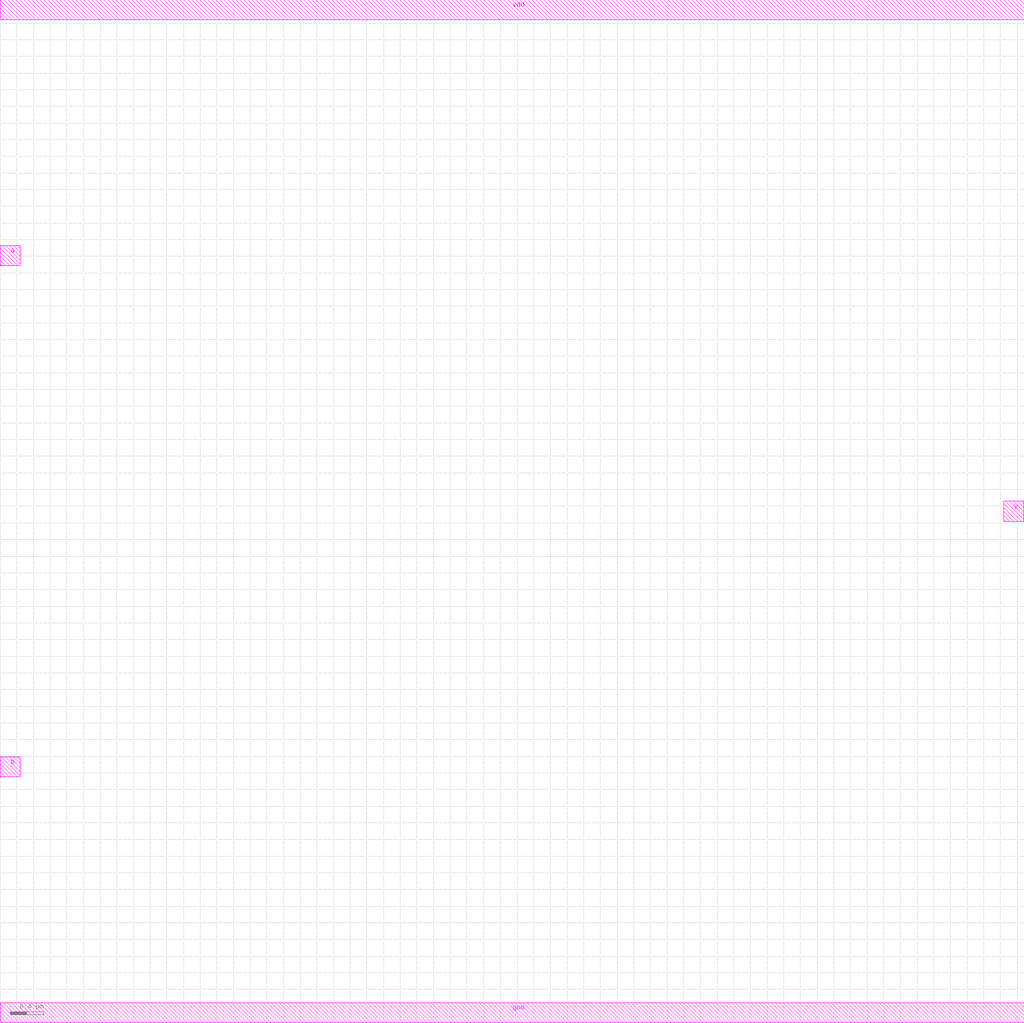
<source format=lef>
VERSION 5.7 ;
BUSBITCHARS "[]" ;
DIVIDERCHAR "/" ;

PROPERTYDEFINITIONS
  MACRO AssuraMatchStatus STRING ;
  MACRO connectivityLastUpdated INTEGER ;
  MACRO _mspsExtractedMode STRING ;
  MACRO _mspsExtractionCreatedBy STRING ;
  MACRO extractionCreatedBy STRING ;
  LAYER LEF58_TYPE STRING ;
  LAYER LEF58_SPACING STRING ;
  LAYER LEF58_WIDTH STRING ;
END PROPERTYDEFINITIONS

UNITS
  DATABASE MICRONS 1000 ;
END UNITS
MANUFACTURINGGRID 0.01 ;
LAYER OVERLAP
  TYPE OVERLAP ;
END OVERLAP

LAYER NWEL
  TYPE MASTERSLICE ;
  PROPERTY LEF58_TYPE "TYPE NWELL ;" ;
  PROPERTY LEF58_SPACING "SPACING 2.2 ;" ;
  PROPERTY LEF58_WIDTH "WIDTH 0.9 ;" ;
END NWEL

LAYER DIFF
  TYPE MASTERSLICE ;
  PROPERTY LEF58_TYPE "TYPE DIFFUSION ;" ;
  PROPERTY LEF58_SPACING "SPACING 0.28 ;" ;
  PROPERTY LEF58_WIDTH "WIDTH 0.24 ;" ;
END DIFF

LAYER PPLUS
  TYPE IMPLANT ;
  WIDTH 0.4 ;
  SPACING 0.4 ;
  AREA 0.2916 ;
END PPLUS

LAYER NPLUS
  TYPE IMPLANT ;
  WIDTH 0.4 ;
  SPACING 0.4 ;
  AREA 0.2916 ;
END NPLUS

LAYER PO1
  TYPE ROUTING ;
  DIRECTION HORIZONTAL ;
  WIDTH 0.18 ;
  AREA 0.198 ;
  SPACING 0.34 ;
  RESISTANCE RPERSQ 8 ;
  PROPERTY LEF58_TYPE "TYPE POLYROUTING ;" ;
END PO1

LAYER CONT
  TYPE CUT ;
  SPACING 0.26 ;
  WIDTH 0.24 ;
  ENCLOSURE BELOW 0.1 0.1 ;
  ENCLOSURE ABOVE 0 0.08 ;
END CONT

LAYER ME1
  TYPE ROUTING ;
  DIRECTION HORIZONTAL ;
  PITCH 0.48 0.48 ;
  WIDTH 0.24 ;
  OFFSET 0.24 0.24 ;
  AREA 0.1764 ;
  SPACINGTABLE
    PARALLELRUNLENGTH 0 9.999 
    WIDTH 0 0.24 0.28 
    WIDTH 9.999 0.28 0.28 ;
  RESISTANCE RPERSQ 0.077 ;
  MINIMUMDENSITY 25 ;
  DENSITYCHECKWINDOW 1000 1000 ;
  DENSITYCHECKSTEP 500 ;
END ME1

LAYER VI1
  TYPE CUT ;
  SPACING 0.28 ;
  WIDTH 0.28 ;
  ENCLOSURE BELOW 0.2 0.08 WIDTH 10 ;
  ENCLOSURE BELOW 0 0.08 ;
  ENCLOSURE ABOVE 0 0.08 ;
END VI1

LAYER ME2
  TYPE ROUTING ;
  DIRECTION VERTICAL ;
  PITCH 0.56 0.56 ;
  WIDTH 0.28 ;
  OFFSET 0.28 0.28 ;
  AREA 0.1936 ;
  SPACINGTABLE
    PARALLELRUNLENGTH 0 9.999 
    WIDTH 0 0.28 0.32 
    WIDTH 9.999 0.32 0.32 ;
  RESISTANCE RPERSQ 0.062 ;
  MINIMUMDENSITY 25 ;
  DENSITYCHECKWINDOW 1000 1000 ;
  DENSITYCHECKSTEP 500 ;
END ME2

LAYER VI2
  TYPE CUT ;
  SPACING 0.28 ;
  WIDTH 0.28 ;
  ENCLOSURE BELOW 0.2 0.08 WIDTH 10 ;
  ENCLOSURE BELOW 0 0.08 ;
  ENCLOSURE ABOVE 0 0.08 ;
END VI2

LAYER ME3
  TYPE ROUTING ;
  DIRECTION HORIZONTAL ;
  PITCH 0.56 0.56 ;
  WIDTH 0.28 ;
  OFFSET 0.28 0.28 ;
  AREA 0.1936 ;
  SPACINGTABLE
    PARALLELRUNLENGTH 0 9.999 
    WIDTH 0 0.28 0.32 
    WIDTH 9.999 0.32 0.32 ;
  RESISTANCE RPERSQ 0.062 ;
  MINIMUMDENSITY 25 ;
  DENSITYCHECKWINDOW 1000 1000 ;
  DENSITYCHECKSTEP 500 ;
END ME3

LAYER VI3
  TYPE CUT ;
  SPACING 0.28 ;
  WIDTH 0.28 ;
  ENCLOSURE BELOW 0.2 0.08 WIDTH 10 ;
  ENCLOSURE BELOW 0 0.08 ;
  ENCLOSURE ABOVE 0 0.08 ;
END VI3

LAYER ME4
  TYPE ROUTING ;
  DIRECTION VERTICAL ;
  PITCH 0.56 0.56 ;
  WIDTH 0.28 ;
  OFFSET 0.28 0.28 ;
  AREA 0.1936 ;
  SPACINGTABLE
    PARALLELRUNLENGTH 0 9.999 
    WIDTH 0 0.28 0.32 
    WIDTH 9.999 0.32 0.32 ;
  RESISTANCE RPERSQ 0.062 ;
  MINIMUMDENSITY 25 ;
  DENSITYCHECKWINDOW 1000 1000 ;
  DENSITYCHECKSTEP 500 ;
END ME4

LAYER VI4
  TYPE CUT ;
  SPACING 0.28 ;
  WIDTH 0.28 ;
  ENCLOSURE BELOW 0.2 0.08 WIDTH 10 ;
  ENCLOSURE BELOW 0 0.08 ;
  ENCLOSURE ABOVE 0 0.08 ;
END VI4

LAYER ME5
  TYPE ROUTING ;
  DIRECTION HORIZONTAL ;
  PITCH 0.56 0.56 ;
  WIDTH 0.28 ;
  OFFSET 0.28 0.28 ;
  AREA 0.1936 ;
  SPACINGTABLE
    PARALLELRUNLENGTH 0 9.999 
    WIDTH 0 0.28 0.32 
    WIDTH 9.999 0.32 0.32 ;
  RESISTANCE RPERSQ 0.062 ;
  MINIMUMDENSITY 25 ;
  DENSITYCHECKWINDOW 1000 1000 ;
  DENSITYCHECKSTEP 500 ;
END ME5

LAYER VI5
  TYPE CUT ;
  SPACING 0.28 ;
  WIDTH 0.28 ;
  ENCLOSURE BELOW 0.2 0.08 WIDTH 10 ;
  ENCLOSURE BELOW 0 0.08 ;
  ENCLOSURE ABOVE 0.4 0.4 ;
END VI5

LAYER ME6
  TYPE ROUTING ;
  DIRECTION VERTICAL ;
  PITCH 2.2 2.2 ;
  WIDTH 1.2 ;
  OFFSET 1.1 1.1 ;
  AREA 9 ;
  SPACINGTABLE
    PARALLELRUNLENGTH 0 9.999 
    WIDTH 0 1 1.5 
    WIDTH 9.999 1.5 1.5 ;
  RESISTANCE RPERSQ 0.02 ;
  MINIMUMDENSITY 25 ;
  DENSITYCHECKWINDOW 1000 1000 ;
  DENSITYCHECKSTEP 500 ;
END ME6

VIARULE M5_M6 GENERATE DEFAULT
  LAYER ME5 ;
    ENCLOSURE 0.08 0.08 ;
  LAYER ME6 ;
    ENCLOSURE 0.4 0.4 ;
  LAYER VI5 ;
    RECT -0.14 -0.14 0.14 0.14 ;
    SPACING 0.56 BY 0.56 ;
END M5_M6

VIARULE M4_M5 GENERATE DEFAULT
  LAYER ME4 ;
    ENCLOSURE 0.08 0.08 ;
  LAYER ME5 ;
    ENCLOSURE 0.08 0.08 ;
  LAYER VI4 ;
    RECT -0.14 -0.14 0.14 0.14 ;
    SPACING 0.56 BY 0.56 ;
END M4_M5

VIARULE M3_M4 GENERATE DEFAULT
  LAYER ME3 ;
    ENCLOSURE 0.08 0.08 ;
  LAYER ME4 ;
    ENCLOSURE 0.08 0.08 ;
  LAYER VI3 ;
    RECT -0.14 -0.14 0.14 0.14 ;
    SPACING 0.56 BY 0.56 ;
END M3_M4

VIARULE M2_M3 GENERATE DEFAULT
  LAYER ME2 ;
    ENCLOSURE 0.08 0.08 ;
  LAYER ME3 ;
    ENCLOSURE 0.08 0.08 ;
  LAYER VI2 ;
    RECT -0.14 -0.14 0.14 0.14 ;
    SPACING 0.56 BY 0.56 ;
END M2_M3

VIARULE M1_M2 GENERATE DEFAULT
  LAYER ME1 ;
    ENCLOSURE 0.08 0.08 ;
  LAYER ME2 ;
    ENCLOSURE 0.08 0.08 ;
  LAYER VI1 ;
    RECT -0.14 -0.14 0.14 0.14 ;
    SPACING 0.56 BY 0.56 ;
END M1_M2

VIARULE M1_PDIFF GENERATE
  LAYER DIFF ;
    ENCLOSURE 0.1 0.1 ;
  LAYER ME1 ;
    ENCLOSURE 0.08 0.08 ;
  LAYER CONT ;
    RECT -0.12 -0.12 0.12 0.12 ;
    SPACING 0.5 BY 0.5 ;
END M1_PDIFF

VIARULE M1_NWEL GENERATE
  LAYER DIFF ;
    ENCLOSURE 0.1 0.1 ;
  LAYER ME1 ;
    ENCLOSURE 0.08 0.08 ;
  LAYER CONT ;
    RECT -0.12 -0.12 0.12 0.12 ;
    SPACING 0.5 BY 0.5 ;
END M1_NWEL

VIARULE M1_NDIFF GENERATE
  LAYER DIFF ;
    ENCLOSURE 0.1 0.1 ;
  LAYER ME1 ;
    ENCLOSURE 0.08 0.08 ;
  LAYER CONT ;
    RECT -0.12 -0.12 0.12 0.12 ;
    SPACING 0.5 BY 0.5 ;
END M1_NDIFF

VIARULE M1_POLY GENERATE DEFAULT
  LAYER PO1 ;
    ENCLOSURE 0.1 0.1 ;
  LAYER ME1 ;
    ENCLOSURE 0.08 0.08 ;
  LAYER CONT ;
    RECT -0.12 -0.12 0.12 0.12 ;
    SPACING 0.5 BY 0.5 ;
END M1_POLY

MACRO AND2X1
  PIN a
    DIRECTION INPUT ;
    USE SIGNAL ;
    PORT
      LAYER ME1 ;
        RECT 0 8.44 0.24 8.68 ;
    END
  END a
  PIN b
    DIRECTION INPUT ;
    USE SIGNAL ;
    PORT
      LAYER ME1 ;
        RECT 0 2.73 0.24 2.97 ;
    END
  END b
  PIN y
    DIRECTION OUTPUT ;
    USE SIGNAL ;
    PORT
      LAYER ME1 ;
        RECT 11.17 5.59 11.41 5.83 ;
    END
  END y
  PIN vdd
    DIRECTION INOUT ;
    USE SIGNAL ;
    PORT
      LAYER ME1 ;
        RECT 0 11.17 11.412 11.41 ;
    END
  END vdd
  PIN gnd
    DIRECTION INOUT ;
    USE SIGNAL ;
    PORT
      LAYER ME1 ;
        RECT 0 0 11.412 0.24 ;
    END
  END gnd
  PROPERTY AssuraMatchStatus "fully_matched" ;
  PROPERTY connectivityLastUpdated 560 ;
  PROPERTY _mspsExtractedMode "analog" ;
  PROPERTY _mspsExtractionCreatedBy "Assura" ;
  PROPERTY extractionCreatedBy "Assura" ;
END AND2X1

MACRO INVX1
  PIN a
    DIRECTION INPUT ;
    USE SIGNAL ;
    PORT
      LAYER ME1 ;
        RECT 0 3.16 0.24 3.4 ;
    END
  END a
  PIN vdd
    DIRECTION INOUT ;
    USE SIGNAL ;
    PORT
      LAYER ME1 ;
        RECT 0 6.32 6.56 6.56 ;
    END
  END vdd
  PIN gnd
    DIRECTION INOUT ;
    USE SIGNAL ;
    PORT
      LAYER ME1 ;
        RECT 0 0 6.56 0.24 ;
    END
  END gnd
  PIN y
    DIRECTION OUTPUT ;
    USE SIGNAL ;
    PORT
      LAYER ME1 ;
        RECT 6.32 3.16 6.56 3.4 ;
    END
  END y
  PROPERTY AssuraMatchStatus "fully_matched" ;
  PROPERTY connectivityLastUpdated 287 ;
  PROPERTY _mspsExtractedMode "analog" ;
  PROPERTY _mspsExtractionCreatedBy "Assura" ;
  PROPERTY extractionCreatedBy "Assura" ;
END INVX1

MACRO NAND2X1
  PIN a
    DIRECTION INPUT ;
    USE SIGNAL ;
    PORT
      LAYER ME1 ;
        RECT 0 6.92 0.24 7.16 ;
    END
  END a
  PIN b
    DIRECTION INPUT ;
    USE SIGNAL ;
    PORT
      LAYER ME1 ;
        RECT 0 2.23 0.24 2.47 ;
    END
  END b
  PIN y
    DIRECTION OUTPUT ;
    USE SIGNAL ;
    PORT
      LAYER ME1 ;
        RECT 9.14 4.57 9.38 4.81 ;
    END
  END y
  PIN vdd
    DIRECTION INOUT ;
    USE SIGNAL ;
    PORT
      LAYER ME1 ;
        RECT 0 9.14 9.385 9.38 ;
    END
  END vdd
  PIN gnd
    DIRECTION INOUT ;
    USE SIGNAL ;
    PORT
      LAYER ME1 ;
        RECT 0 0 9.385 0.24 ;
    END
  END gnd
  PROPERTY AssuraMatchStatus "fully_matched" ;
  PROPERTY connectivityLastUpdated 676 ;
  PROPERTY _mspsExtractedMode "analog" ;
  PROPERTY _mspsExtractionCreatedBy "Assura" ;
  PROPERTY extractionCreatedBy "Assura" ;
END NAND2X1

MACRO NOR2X1
  PIN a
    DIRECTION INPUT ;
    USE SIGNAL ;
    PORT
      LAYER ME1 ;
        RECT 0 7.7 0.24 7.94 ;
    END
  END a
  PIN y
    DIRECTION OUTPUT ;
    USE SIGNAL ;
    PORT
      LAYER ME1 ;
        RECT 10.18 5.09 10.42 5.33 ;
    END
  END y
  PIN gnd
    DIRECTION INOUT ;
    USE SIGNAL ;
    PORT
      LAYER ME1 ;
        RECT 0 0 10.427 0.24 ;
    END
  END gnd
  PIN vdd
    DIRECTION INOUT ;
    USE SIGNAL ;
    PORT
      LAYER ME1 ;
        RECT 0 10.18 10.427 10.42 ;
    END
  END vdd
  PIN b
    DIRECTION INPUT ;
    USE SIGNAL ;
    PORT
      LAYER ME1 ;
        RECT 0 2.49 0.24 2.73 ;
    END
  END b
  PROPERTY AssuraMatchStatus "fully_matched" ;
  PROPERTY connectivityLastUpdated 686 ;
  PROPERTY _mspsExtractedMode "analog" ;
  PROPERTY _mspsExtractionCreatedBy "Assura" ;
  PROPERTY extractionCreatedBy "Assura" ;
END NOR2X1

MACRO OR2X1
  PIN a
    DIRECTION INPUT ;
    USE SIGNAL ;
    PORT
      LAYER ME1 ;
        RECT 0 9.09 0.24 9.33 ;
    END
  END a
  PIN b
    DIRECTION INPUT ;
    USE SIGNAL ;
    PORT
      LAYER ME1 ;
        RECT 0 2.95 0.24 3.19 ;
    END
  END b
  PIN y
    DIRECTION OUTPUT ;
    USE SIGNAL ;
    PORT
      LAYER ME1 ;
        RECT 12.04 6.02 12.28 6.26 ;
    END
  END y
  PIN vdd
    DIRECTION INOUT ;
    USE SIGNAL ;
    PORT
      LAYER ME1 ;
        RECT 0 12.04 12.283 12.28 ;
    END
  END vdd
  PIN gnd
    DIRECTION INOUT ;
    USE SIGNAL ;
    PORT
      LAYER ME1 ;
        RECT 0 0 12.283 0.24 ;
    END
  END gnd
  PROPERTY AssuraMatchStatus "fully_matched" ;
  PROPERTY connectivityLastUpdated 1052 ;
  PROPERTY _mspsExtractedMode "analog" ;
  PROPERTY _mspsExtractionCreatedBy "Assura" ;
  PROPERTY extractionCreatedBy "Assura" ;
END OR2X1

END LIBRARY

</source>
